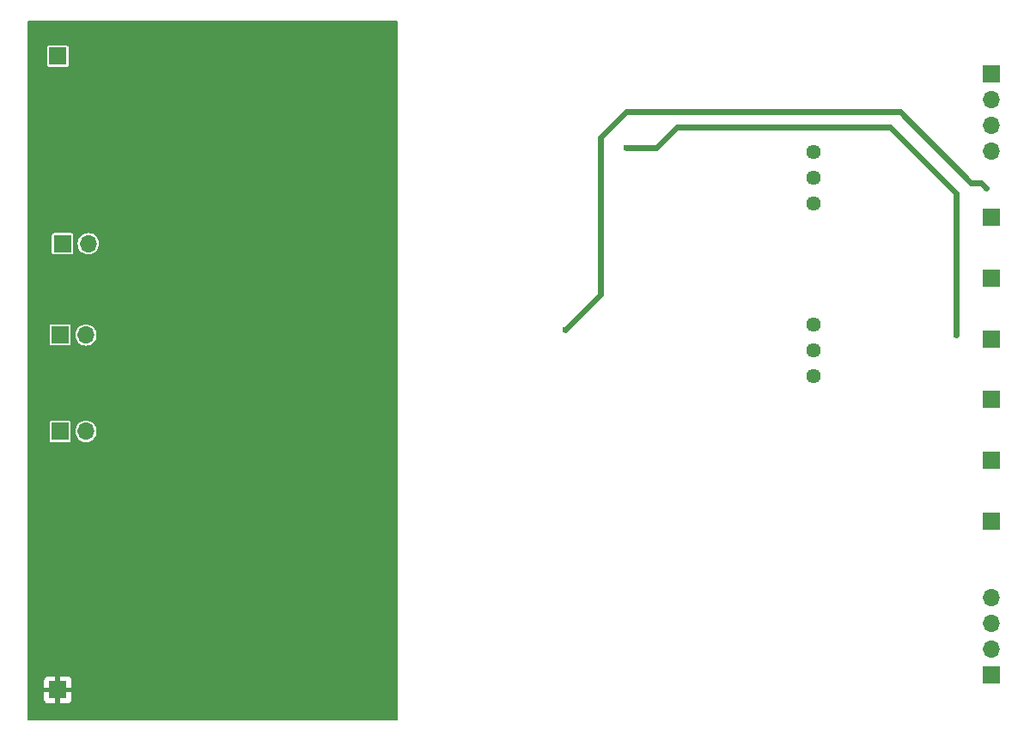
<source format=gbr>
%TF.GenerationSoftware,KiCad,Pcbnew,8.0.8*%
%TF.CreationDate,2025-02-22T00:18:49-08:00*%
%TF.ProjectId,CRT_main_supply,4352545f-6d61-4696-9e5f-737570706c79,rev?*%
%TF.SameCoordinates,Original*%
%TF.FileFunction,Copper,L2,Bot*%
%TF.FilePolarity,Positive*%
%FSLAX46Y46*%
G04 Gerber Fmt 4.6, Leading zero omitted, Abs format (unit mm)*
G04 Created by KiCad (PCBNEW 8.0.8) date 2025-02-22 00:18:49*
%MOMM*%
%LPD*%
G01*
G04 APERTURE LIST*
%TA.AperFunction,ComponentPad*%
%ADD10R,1.700000X1.700000*%
%TD*%
%TA.AperFunction,ComponentPad*%
%ADD11C,1.440000*%
%TD*%
%TA.AperFunction,ComponentPad*%
%ADD12O,1.700000X1.700000*%
%TD*%
%TA.AperFunction,ViaPad*%
%ADD13C,0.600000*%
%TD*%
%TA.AperFunction,Conductor*%
%ADD14C,0.600000*%
%TD*%
G04 APERTURE END LIST*
D10*
%TO.P,J4,1,Pin_1*%
%TO.N,focus*%
X182500000Y-94880000D03*
%TD*%
%TO.P,J7,1,Pin_1*%
%TO.N,-75V (grid drive)*%
X182500000Y-70880000D03*
%TD*%
%TO.P,J8,1,Pin_1*%
%TO.N,0V*%
X182500000Y-100880000D03*
%TD*%
%TO.P,J1,1,Pin_1*%
%TO.N,+12V*%
X90500000Y-55000000D03*
%TD*%
%TO.P,J5,1,Pin_1*%
%TO.N,cathode*%
X182500000Y-88880000D03*
%TD*%
D11*
%TO.P,RV2,1,1*%
%TO.N,Net-(R3-Pad2)*%
X165000000Y-69555000D03*
%TO.P,RV2,2,2*%
%TO.N,Net-(C6-Pad1)*%
X165000000Y-67015000D03*
%TO.P,RV2,3,3*%
%TO.N,-1500V*%
X165000000Y-64475000D03*
%TD*%
D10*
%TO.P,J10,1,Pin_1*%
%TO.N,+12V*%
X90960000Y-73500000D03*
D12*
%TO.P,J10,2,Pin_2*%
%TO.N,/Filament_input*%
X93500000Y-73500000D03*
%TD*%
D10*
%TO.P,J12,1,Pin_1*%
%TO.N,GND*%
X182500000Y-56760000D03*
D12*
%TO.P,J12,2,Pin_2*%
%TO.N,Net-(J12-Pin_2)*%
X182500000Y-59300000D03*
%TO.P,J12,3,Pin_3*%
X182500000Y-61840000D03*
%TO.P,J12,4,Pin_4*%
%TO.N,-1500V*%
X182500000Y-64380000D03*
%TD*%
D10*
%TO.P,J9,1,Pin_1*%
%TO.N,+12V*%
X90725000Y-92000000D03*
D12*
%TO.P,J9,2,Pin_2*%
%TO.N,/HV_input*%
X93265000Y-92000000D03*
%TD*%
D10*
%TO.P,J3,1,Pin_1*%
%TO.N,-1500V*%
X182500000Y-76880000D03*
%TD*%
%TO.P,J6,1,Pin_1*%
%TO.N,+6.3V (filament)*%
X182500000Y-82880000D03*
%TD*%
%TO.P,J13,1,Pin_1*%
%TO.N,GND*%
X182500000Y-116000000D03*
D12*
%TO.P,J13,2,Pin_2*%
%TO.N,Net-(J13-Pin_2)*%
X182500000Y-113460000D03*
%TO.P,J13,3,Pin_3*%
X182500000Y-110920000D03*
%TO.P,J13,4,Pin_4*%
%TO.N,0V*%
X182500000Y-108380000D03*
%TD*%
D11*
%TO.P,RV1,1,1*%
%TO.N,Net-(R2-Pad2)*%
X165000000Y-86545000D03*
%TO.P,RV1,2,2*%
%TO.N,Net-(C7-Pad1)*%
X165000000Y-84005000D03*
%TO.P,RV1,3,3*%
%TO.N,Net-(R3-Pad1)*%
X165000000Y-81465000D03*
%TD*%
D10*
%TO.P,J2,1,Pin_1*%
%TO.N,GND*%
X90500000Y-117500000D03*
%TD*%
%TO.P,J11,1,Pin_1*%
%TO.N,+12V*%
X90725000Y-82500000D03*
D12*
%TO.P,J11,2,Pin_2*%
%TO.N,/grid_input*%
X93265000Y-82500000D03*
%TD*%
D13*
%TO.N,+6.3V (filament)*%
X146500000Y-64000000D03*
X179000000Y-82500000D03*
%TO.N,-75V (grid drive)*%
X140500000Y-82000000D03*
X182000000Y-68000000D03*
%TO.N,GND*%
X101000000Y-69000000D03*
X100500000Y-59000000D03*
X121500000Y-119000000D03*
X108000000Y-91500000D03*
X97000000Y-78500000D03*
X121000000Y-53000000D03*
X120500000Y-76000000D03*
X90000000Y-111000000D03*
X96000000Y-105500000D03*
X111000000Y-53000000D03*
X116500000Y-59500000D03*
X104500000Y-75500000D03*
X108500000Y-113500000D03*
X119000000Y-92500000D03*
X98000000Y-88000000D03*
X101500000Y-116500000D03*
X98000000Y-96000000D03*
X90000000Y-100500000D03*
%TD*%
D14*
%TO.N,+6.3V (filament)*%
X151500000Y-62000000D02*
X172500000Y-62000000D01*
X146500000Y-64000000D02*
X149500000Y-64000000D01*
X172500000Y-62000000D02*
X179000000Y-68500000D01*
X149500000Y-64000000D02*
X151500000Y-62000000D01*
X179000000Y-68500000D02*
X179000000Y-82500000D01*
%TO.N,-75V (grid drive)*%
X180500000Y-67500000D02*
X173500000Y-60500000D01*
X144000000Y-78500000D02*
X140500000Y-82000000D01*
X182000000Y-68000000D02*
X181500000Y-67500000D01*
X173500000Y-60500000D02*
X146500000Y-60500000D01*
X144000000Y-63000000D02*
X144000000Y-78500000D01*
X181500000Y-67500000D02*
X180500000Y-67500000D01*
X146500000Y-60500000D02*
X144000000Y-63000000D01*
%TD*%
%TA.AperFunction,Conductor*%
%TO.N,GND*%
G36*
X123943039Y-51520185D02*
G01*
X123988794Y-51572989D01*
X124000000Y-51624500D01*
X124000000Y-120375500D01*
X123980315Y-120442539D01*
X123927511Y-120488294D01*
X123876000Y-120499500D01*
X87624500Y-120499500D01*
X87557461Y-120479815D01*
X87511706Y-120427011D01*
X87500500Y-120375500D01*
X87500500Y-116602155D01*
X89150000Y-116602155D01*
X89150000Y-117250000D01*
X90066988Y-117250000D01*
X90034075Y-117307007D01*
X90000000Y-117434174D01*
X90000000Y-117565826D01*
X90034075Y-117692993D01*
X90066988Y-117750000D01*
X89150000Y-117750000D01*
X89150000Y-118397844D01*
X89156401Y-118457372D01*
X89156403Y-118457379D01*
X89206645Y-118592086D01*
X89206649Y-118592093D01*
X89292809Y-118707187D01*
X89292812Y-118707190D01*
X89407906Y-118793350D01*
X89407913Y-118793354D01*
X89542620Y-118843596D01*
X89542627Y-118843598D01*
X89602155Y-118849999D01*
X89602172Y-118850000D01*
X90250000Y-118850000D01*
X90250000Y-117933012D01*
X90307007Y-117965925D01*
X90434174Y-118000000D01*
X90565826Y-118000000D01*
X90692993Y-117965925D01*
X90750000Y-117933012D01*
X90750000Y-118850000D01*
X91397828Y-118850000D01*
X91397844Y-118849999D01*
X91457372Y-118843598D01*
X91457379Y-118843596D01*
X91592086Y-118793354D01*
X91592093Y-118793350D01*
X91707187Y-118707190D01*
X91707190Y-118707187D01*
X91793350Y-118592093D01*
X91793354Y-118592086D01*
X91843596Y-118457379D01*
X91843598Y-118457372D01*
X91849999Y-118397844D01*
X91850000Y-118397827D01*
X91850000Y-117750000D01*
X90933012Y-117750000D01*
X90965925Y-117692993D01*
X91000000Y-117565826D01*
X91000000Y-117434174D01*
X90965925Y-117307007D01*
X90933012Y-117250000D01*
X91850000Y-117250000D01*
X91850000Y-116602172D01*
X91849999Y-116602155D01*
X91843598Y-116542627D01*
X91843596Y-116542620D01*
X91793354Y-116407913D01*
X91793350Y-116407906D01*
X91707190Y-116292812D01*
X91707187Y-116292809D01*
X91592093Y-116206649D01*
X91592086Y-116206645D01*
X91457379Y-116156403D01*
X91457372Y-116156401D01*
X91397844Y-116150000D01*
X90750000Y-116150000D01*
X90750000Y-117066988D01*
X90692993Y-117034075D01*
X90565826Y-117000000D01*
X90434174Y-117000000D01*
X90307007Y-117034075D01*
X90250000Y-117066988D01*
X90250000Y-116150000D01*
X89602155Y-116150000D01*
X89542627Y-116156401D01*
X89542620Y-116156403D01*
X89407913Y-116206645D01*
X89407906Y-116206649D01*
X89292812Y-116292809D01*
X89292809Y-116292812D01*
X89206649Y-116407906D01*
X89206645Y-116407913D01*
X89156403Y-116542620D01*
X89156401Y-116542627D01*
X89150000Y-116602155D01*
X87500500Y-116602155D01*
X87500500Y-91130247D01*
X89674500Y-91130247D01*
X89674500Y-92869752D01*
X89686131Y-92928229D01*
X89686132Y-92928230D01*
X89730447Y-92994552D01*
X89796769Y-93038867D01*
X89796770Y-93038868D01*
X89855247Y-93050499D01*
X89855250Y-93050500D01*
X89855252Y-93050500D01*
X91594750Y-93050500D01*
X91594751Y-93050499D01*
X91609568Y-93047552D01*
X91653229Y-93038868D01*
X91653229Y-93038867D01*
X91653231Y-93038867D01*
X91719552Y-92994552D01*
X91763867Y-92928231D01*
X91763867Y-92928229D01*
X91763868Y-92928229D01*
X91775499Y-92869752D01*
X91775500Y-92869750D01*
X91775500Y-92000000D01*
X92209417Y-92000000D01*
X92229699Y-92205932D01*
X92229700Y-92205934D01*
X92289768Y-92403954D01*
X92387315Y-92586450D01*
X92387317Y-92586452D01*
X92518589Y-92746410D01*
X92615209Y-92825702D01*
X92678550Y-92877685D01*
X92861046Y-92975232D01*
X93059066Y-93035300D01*
X93059065Y-93035300D01*
X93077529Y-93037118D01*
X93265000Y-93055583D01*
X93470934Y-93035300D01*
X93668954Y-92975232D01*
X93851450Y-92877685D01*
X94011410Y-92746410D01*
X94142685Y-92586450D01*
X94240232Y-92403954D01*
X94300300Y-92205934D01*
X94320583Y-92000000D01*
X94300300Y-91794066D01*
X94240232Y-91596046D01*
X94142685Y-91413550D01*
X94090702Y-91350209D01*
X94011410Y-91253589D01*
X93861121Y-91130252D01*
X93851450Y-91122315D01*
X93668954Y-91024768D01*
X93470934Y-90964700D01*
X93470932Y-90964699D01*
X93470934Y-90964699D01*
X93265000Y-90944417D01*
X93059067Y-90964699D01*
X92861043Y-91024769D01*
X92773114Y-91071769D01*
X92678550Y-91122315D01*
X92678548Y-91122316D01*
X92678547Y-91122317D01*
X92518589Y-91253589D01*
X92387317Y-91413547D01*
X92289769Y-91596043D01*
X92229699Y-91794067D01*
X92209417Y-92000000D01*
X91775500Y-92000000D01*
X91775500Y-91130249D01*
X91775499Y-91130247D01*
X91763868Y-91071770D01*
X91763867Y-91071769D01*
X91719552Y-91005447D01*
X91653230Y-90961132D01*
X91653229Y-90961131D01*
X91594752Y-90949500D01*
X91594748Y-90949500D01*
X89855252Y-90949500D01*
X89855247Y-90949500D01*
X89796770Y-90961131D01*
X89796769Y-90961132D01*
X89730447Y-91005447D01*
X89686132Y-91071769D01*
X89686131Y-91071770D01*
X89674500Y-91130247D01*
X87500500Y-91130247D01*
X87500500Y-81630247D01*
X89674500Y-81630247D01*
X89674500Y-83369752D01*
X89686131Y-83428229D01*
X89686132Y-83428230D01*
X89730447Y-83494552D01*
X89796769Y-83538867D01*
X89796770Y-83538868D01*
X89855247Y-83550499D01*
X89855250Y-83550500D01*
X89855252Y-83550500D01*
X91594750Y-83550500D01*
X91594751Y-83550499D01*
X91609568Y-83547552D01*
X91653229Y-83538868D01*
X91653229Y-83538867D01*
X91653231Y-83538867D01*
X91719552Y-83494552D01*
X91763867Y-83428231D01*
X91763867Y-83428229D01*
X91763868Y-83428229D01*
X91775499Y-83369752D01*
X91775500Y-83369750D01*
X91775500Y-82500000D01*
X92209417Y-82500000D01*
X92229699Y-82705932D01*
X92229700Y-82705934D01*
X92289768Y-82903954D01*
X92387315Y-83086450D01*
X92387317Y-83086452D01*
X92518589Y-83246410D01*
X92615209Y-83325702D01*
X92678550Y-83377685D01*
X92861046Y-83475232D01*
X93059066Y-83535300D01*
X93059065Y-83535300D01*
X93077529Y-83537118D01*
X93265000Y-83555583D01*
X93470934Y-83535300D01*
X93668954Y-83475232D01*
X93851450Y-83377685D01*
X94011410Y-83246410D01*
X94142685Y-83086450D01*
X94240232Y-82903954D01*
X94300300Y-82705934D01*
X94320583Y-82500000D01*
X94300300Y-82294066D01*
X94240232Y-82096046D01*
X94142685Y-81913550D01*
X94090702Y-81850209D01*
X94011410Y-81753589D01*
X93861121Y-81630252D01*
X93851450Y-81622315D01*
X93668954Y-81524768D01*
X93470934Y-81464700D01*
X93470932Y-81464699D01*
X93470934Y-81464699D01*
X93265000Y-81444417D01*
X93059067Y-81464699D01*
X92861043Y-81524769D01*
X92773114Y-81571769D01*
X92678550Y-81622315D01*
X92678548Y-81622316D01*
X92678547Y-81622317D01*
X92518589Y-81753589D01*
X92387317Y-81913547D01*
X92289769Y-82096043D01*
X92229699Y-82294067D01*
X92209417Y-82500000D01*
X91775500Y-82500000D01*
X91775500Y-81630249D01*
X91775499Y-81630247D01*
X91763868Y-81571770D01*
X91763867Y-81571769D01*
X91719552Y-81505447D01*
X91653230Y-81461132D01*
X91653229Y-81461131D01*
X91594752Y-81449500D01*
X91594748Y-81449500D01*
X89855252Y-81449500D01*
X89855247Y-81449500D01*
X89796770Y-81461131D01*
X89796769Y-81461132D01*
X89730447Y-81505447D01*
X89686132Y-81571769D01*
X89686131Y-81571770D01*
X89674500Y-81630247D01*
X87500500Y-81630247D01*
X87500500Y-72630247D01*
X89909500Y-72630247D01*
X89909500Y-74369752D01*
X89921131Y-74428229D01*
X89921132Y-74428230D01*
X89965447Y-74494552D01*
X90031769Y-74538867D01*
X90031770Y-74538868D01*
X90090247Y-74550499D01*
X90090250Y-74550500D01*
X90090252Y-74550500D01*
X91829750Y-74550500D01*
X91829751Y-74550499D01*
X91844568Y-74547552D01*
X91888229Y-74538868D01*
X91888229Y-74538867D01*
X91888231Y-74538867D01*
X91954552Y-74494552D01*
X91998867Y-74428231D01*
X91998867Y-74428229D01*
X91998868Y-74428229D01*
X92010499Y-74369752D01*
X92010500Y-74369750D01*
X92010500Y-73500000D01*
X92444417Y-73500000D01*
X92464699Y-73705932D01*
X92464700Y-73705934D01*
X92524768Y-73903954D01*
X92622315Y-74086450D01*
X92622317Y-74086452D01*
X92753589Y-74246410D01*
X92850209Y-74325702D01*
X92913550Y-74377685D01*
X93096046Y-74475232D01*
X93294066Y-74535300D01*
X93294065Y-74535300D01*
X93312529Y-74537118D01*
X93500000Y-74555583D01*
X93705934Y-74535300D01*
X93903954Y-74475232D01*
X94086450Y-74377685D01*
X94246410Y-74246410D01*
X94377685Y-74086450D01*
X94475232Y-73903954D01*
X94535300Y-73705934D01*
X94555583Y-73500000D01*
X94535300Y-73294066D01*
X94475232Y-73096046D01*
X94377685Y-72913550D01*
X94325702Y-72850209D01*
X94246410Y-72753589D01*
X94096121Y-72630252D01*
X94086450Y-72622315D01*
X93903954Y-72524768D01*
X93705934Y-72464700D01*
X93705932Y-72464699D01*
X93705934Y-72464699D01*
X93500000Y-72444417D01*
X93294067Y-72464699D01*
X93096043Y-72524769D01*
X93008114Y-72571769D01*
X92913550Y-72622315D01*
X92913548Y-72622316D01*
X92913547Y-72622317D01*
X92753589Y-72753589D01*
X92622317Y-72913547D01*
X92524769Y-73096043D01*
X92464699Y-73294067D01*
X92444417Y-73500000D01*
X92010500Y-73500000D01*
X92010500Y-72630249D01*
X92010499Y-72630247D01*
X91998868Y-72571770D01*
X91998867Y-72571769D01*
X91954552Y-72505447D01*
X91888230Y-72461132D01*
X91888229Y-72461131D01*
X91829752Y-72449500D01*
X91829748Y-72449500D01*
X90090252Y-72449500D01*
X90090247Y-72449500D01*
X90031770Y-72461131D01*
X90031769Y-72461132D01*
X89965447Y-72505447D01*
X89921132Y-72571769D01*
X89921131Y-72571770D01*
X89909500Y-72630247D01*
X87500500Y-72630247D01*
X87500500Y-54130247D01*
X89449500Y-54130247D01*
X89449500Y-55869752D01*
X89461131Y-55928229D01*
X89461132Y-55928230D01*
X89505447Y-55994552D01*
X89571769Y-56038867D01*
X89571770Y-56038868D01*
X89630247Y-56050499D01*
X89630250Y-56050500D01*
X89630252Y-56050500D01*
X91369750Y-56050500D01*
X91369751Y-56050499D01*
X91384568Y-56047552D01*
X91428229Y-56038868D01*
X91428229Y-56038867D01*
X91428231Y-56038867D01*
X91494552Y-55994552D01*
X91538867Y-55928231D01*
X91538867Y-55928229D01*
X91538868Y-55928229D01*
X91550499Y-55869752D01*
X91550500Y-55869750D01*
X91550500Y-54130249D01*
X91550499Y-54130247D01*
X91538868Y-54071770D01*
X91538867Y-54071769D01*
X91494552Y-54005447D01*
X91428230Y-53961132D01*
X91428229Y-53961131D01*
X91369752Y-53949500D01*
X91369748Y-53949500D01*
X89630252Y-53949500D01*
X89630247Y-53949500D01*
X89571770Y-53961131D01*
X89571769Y-53961132D01*
X89505447Y-54005447D01*
X89461132Y-54071769D01*
X89461131Y-54071770D01*
X89449500Y-54130247D01*
X87500500Y-54130247D01*
X87500500Y-51624500D01*
X87520185Y-51557461D01*
X87572989Y-51511706D01*
X87624500Y-51500500D01*
X123876000Y-51500500D01*
X123943039Y-51520185D01*
G37*
%TD.AperFunction*%
%TD*%
M02*

</source>
